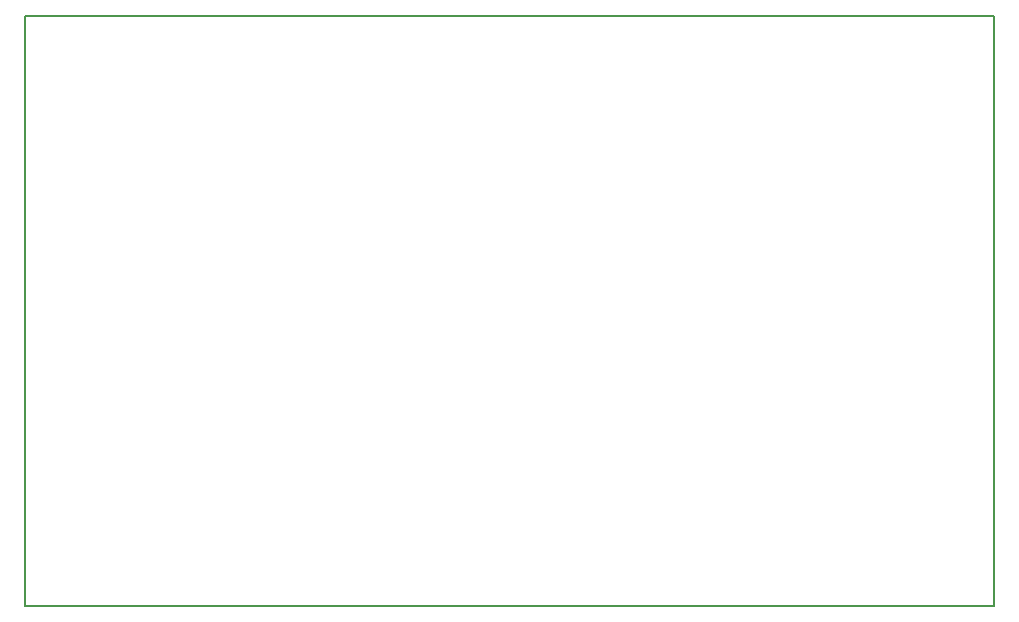
<source format=gm1>
G04 #@! TF.GenerationSoftware,KiCad,Pcbnew,(5.1.5-0)*
G04 #@! TF.CreationDate,2021-08-24T11:58:41-06:00*
G04 #@! TF.ProjectId,2ch-ads,3263682d-6164-4732-9e6b-696361645f70,rev?*
G04 #@! TF.SameCoordinates,Original*
G04 #@! TF.FileFunction,Profile,NP*
%FSLAX46Y46*%
G04 Gerber Fmt 4.6, Leading zero omitted, Abs format (unit mm)*
G04 Created by KiCad (PCBNEW (5.1.5-0)) date 2021-08-24 11:58:41*
%MOMM*%
%LPD*%
G04 APERTURE LIST*
%ADD10C,0.150000*%
G04 APERTURE END LIST*
D10*
X175000000Y-75000000D02*
X93000000Y-75000000D01*
X175000000Y-125000000D02*
X175000000Y-75000000D01*
X93000000Y-125000000D02*
X175000000Y-125000000D01*
X93000000Y-75000000D02*
X93000000Y-125000000D01*
M02*

</source>
